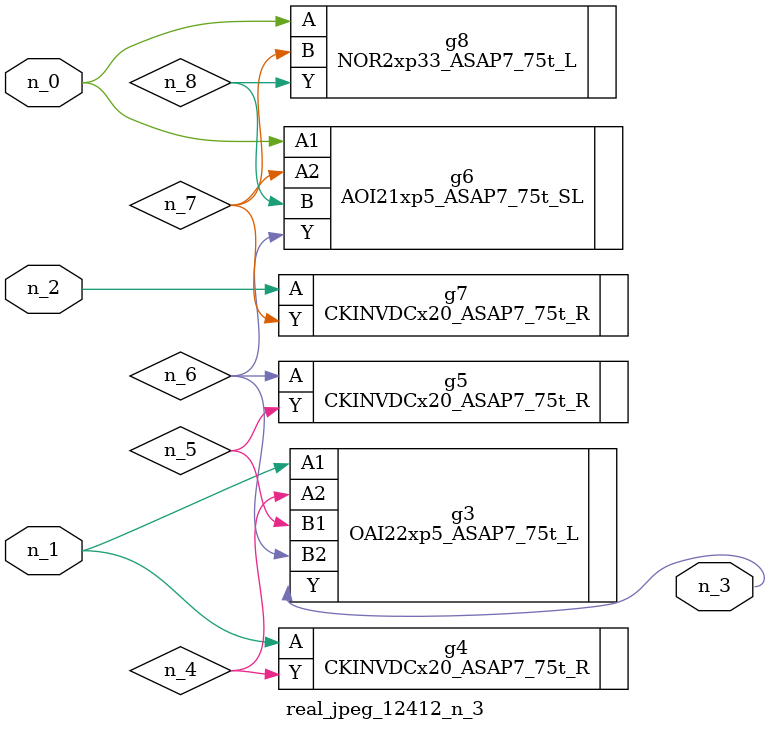
<source format=v>
module real_jpeg_12412_n_3 (n_1, n_0, n_2, n_3);

input n_1;
input n_0;
input n_2;

output n_3;

wire n_5;
wire n_4;
wire n_8;
wire n_6;
wire n_7;

AOI21xp5_ASAP7_75t_SL g6 ( 
.A1(n_0),
.A2(n_7),
.B(n_8),
.Y(n_6)
);

NOR2xp33_ASAP7_75t_L g8 ( 
.A(n_0),
.B(n_7),
.Y(n_8)
);

OAI22xp5_ASAP7_75t_L g3 ( 
.A1(n_1),
.A2(n_4),
.B1(n_5),
.B2(n_6),
.Y(n_3)
);

CKINVDCx20_ASAP7_75t_R g4 ( 
.A(n_1),
.Y(n_4)
);

CKINVDCx20_ASAP7_75t_R g7 ( 
.A(n_2),
.Y(n_7)
);

CKINVDCx20_ASAP7_75t_R g5 ( 
.A(n_6),
.Y(n_5)
);


endmodule
</source>
